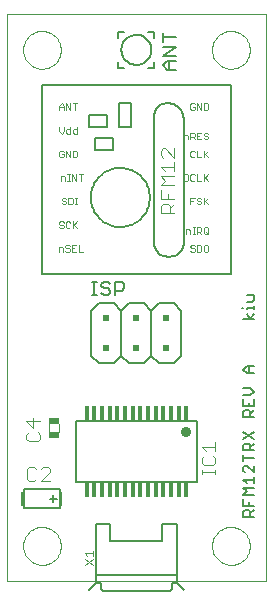
<source format=gto>
G75*
G70*
%OFA0B0*%
%FSLAX24Y24*%
%IPPOS*%
%LPD*%
%AMOC8*
5,1,8,0,0,1.08239X$1,22.5*
%
%ADD10C,0.0000*%
%ADD11C,0.0060*%
%ADD12C,0.0050*%
%ADD13R,0.0200X0.0200*%
%ADD14C,0.0080*%
%ADD15C,0.0348*%
%ADD16R,0.0140X0.0510*%
%ADD17C,0.0040*%
%ADD18C,0.0020*%
%ADD19R,0.0374X0.0197*%
D10*
X000574Y000574D02*
X000574Y019471D01*
X009235Y019471D01*
X009235Y000574D01*
X000574Y000574D01*
X001125Y001755D02*
X001127Y001805D01*
X001133Y001855D01*
X001143Y001904D01*
X001157Y001952D01*
X001174Y001999D01*
X001195Y002044D01*
X001220Y002088D01*
X001248Y002129D01*
X001280Y002168D01*
X001314Y002205D01*
X001351Y002239D01*
X001391Y002269D01*
X001433Y002296D01*
X001477Y002320D01*
X001523Y002341D01*
X001570Y002357D01*
X001618Y002370D01*
X001668Y002379D01*
X001717Y002384D01*
X001768Y002385D01*
X001818Y002382D01*
X001867Y002375D01*
X001916Y002364D01*
X001964Y002349D01*
X002010Y002331D01*
X002055Y002309D01*
X002098Y002283D01*
X002139Y002254D01*
X002178Y002222D01*
X002214Y002187D01*
X002246Y002149D01*
X002276Y002109D01*
X002303Y002066D01*
X002326Y002022D01*
X002345Y001976D01*
X002361Y001928D01*
X002373Y001879D01*
X002381Y001830D01*
X002385Y001780D01*
X002385Y001730D01*
X002381Y001680D01*
X002373Y001631D01*
X002361Y001582D01*
X002345Y001534D01*
X002326Y001488D01*
X002303Y001444D01*
X002276Y001401D01*
X002246Y001361D01*
X002214Y001323D01*
X002178Y001288D01*
X002139Y001256D01*
X002098Y001227D01*
X002055Y001201D01*
X002010Y001179D01*
X001964Y001161D01*
X001916Y001146D01*
X001867Y001135D01*
X001818Y001128D01*
X001768Y001125D01*
X001717Y001126D01*
X001668Y001131D01*
X001618Y001140D01*
X001570Y001153D01*
X001523Y001169D01*
X001477Y001190D01*
X001433Y001214D01*
X001391Y001241D01*
X001351Y001271D01*
X001314Y001305D01*
X001280Y001342D01*
X001248Y001381D01*
X001220Y001422D01*
X001195Y001466D01*
X001174Y001511D01*
X001157Y001558D01*
X001143Y001606D01*
X001133Y001655D01*
X001127Y001705D01*
X001125Y001755D01*
X007424Y001755D02*
X007426Y001805D01*
X007432Y001855D01*
X007442Y001904D01*
X007456Y001952D01*
X007473Y001999D01*
X007494Y002044D01*
X007519Y002088D01*
X007547Y002129D01*
X007579Y002168D01*
X007613Y002205D01*
X007650Y002239D01*
X007690Y002269D01*
X007732Y002296D01*
X007776Y002320D01*
X007822Y002341D01*
X007869Y002357D01*
X007917Y002370D01*
X007967Y002379D01*
X008016Y002384D01*
X008067Y002385D01*
X008117Y002382D01*
X008166Y002375D01*
X008215Y002364D01*
X008263Y002349D01*
X008309Y002331D01*
X008354Y002309D01*
X008397Y002283D01*
X008438Y002254D01*
X008477Y002222D01*
X008513Y002187D01*
X008545Y002149D01*
X008575Y002109D01*
X008602Y002066D01*
X008625Y002022D01*
X008644Y001976D01*
X008660Y001928D01*
X008672Y001879D01*
X008680Y001830D01*
X008684Y001780D01*
X008684Y001730D01*
X008680Y001680D01*
X008672Y001631D01*
X008660Y001582D01*
X008644Y001534D01*
X008625Y001488D01*
X008602Y001444D01*
X008575Y001401D01*
X008545Y001361D01*
X008513Y001323D01*
X008477Y001288D01*
X008438Y001256D01*
X008397Y001227D01*
X008354Y001201D01*
X008309Y001179D01*
X008263Y001161D01*
X008215Y001146D01*
X008166Y001135D01*
X008117Y001128D01*
X008067Y001125D01*
X008016Y001126D01*
X007967Y001131D01*
X007917Y001140D01*
X007869Y001153D01*
X007822Y001169D01*
X007776Y001190D01*
X007732Y001214D01*
X007690Y001241D01*
X007650Y001271D01*
X007613Y001305D01*
X007579Y001342D01*
X007547Y001381D01*
X007519Y001422D01*
X007494Y001466D01*
X007473Y001511D01*
X007456Y001558D01*
X007442Y001606D01*
X007432Y001655D01*
X007426Y001705D01*
X007424Y001755D01*
X007424Y018290D02*
X007426Y018340D01*
X007432Y018390D01*
X007442Y018439D01*
X007456Y018487D01*
X007473Y018534D01*
X007494Y018579D01*
X007519Y018623D01*
X007547Y018664D01*
X007579Y018703D01*
X007613Y018740D01*
X007650Y018774D01*
X007690Y018804D01*
X007732Y018831D01*
X007776Y018855D01*
X007822Y018876D01*
X007869Y018892D01*
X007917Y018905D01*
X007967Y018914D01*
X008016Y018919D01*
X008067Y018920D01*
X008117Y018917D01*
X008166Y018910D01*
X008215Y018899D01*
X008263Y018884D01*
X008309Y018866D01*
X008354Y018844D01*
X008397Y018818D01*
X008438Y018789D01*
X008477Y018757D01*
X008513Y018722D01*
X008545Y018684D01*
X008575Y018644D01*
X008602Y018601D01*
X008625Y018557D01*
X008644Y018511D01*
X008660Y018463D01*
X008672Y018414D01*
X008680Y018365D01*
X008684Y018315D01*
X008684Y018265D01*
X008680Y018215D01*
X008672Y018166D01*
X008660Y018117D01*
X008644Y018069D01*
X008625Y018023D01*
X008602Y017979D01*
X008575Y017936D01*
X008545Y017896D01*
X008513Y017858D01*
X008477Y017823D01*
X008438Y017791D01*
X008397Y017762D01*
X008354Y017736D01*
X008309Y017714D01*
X008263Y017696D01*
X008215Y017681D01*
X008166Y017670D01*
X008117Y017663D01*
X008067Y017660D01*
X008016Y017661D01*
X007967Y017666D01*
X007917Y017675D01*
X007869Y017688D01*
X007822Y017704D01*
X007776Y017725D01*
X007732Y017749D01*
X007690Y017776D01*
X007650Y017806D01*
X007613Y017840D01*
X007579Y017877D01*
X007547Y017916D01*
X007519Y017957D01*
X007494Y018001D01*
X007473Y018046D01*
X007456Y018093D01*
X007442Y018141D01*
X007432Y018190D01*
X007426Y018240D01*
X007424Y018290D01*
X001125Y018290D02*
X001127Y018340D01*
X001133Y018390D01*
X001143Y018439D01*
X001157Y018487D01*
X001174Y018534D01*
X001195Y018579D01*
X001220Y018623D01*
X001248Y018664D01*
X001280Y018703D01*
X001314Y018740D01*
X001351Y018774D01*
X001391Y018804D01*
X001433Y018831D01*
X001477Y018855D01*
X001523Y018876D01*
X001570Y018892D01*
X001618Y018905D01*
X001668Y018914D01*
X001717Y018919D01*
X001768Y018920D01*
X001818Y018917D01*
X001867Y018910D01*
X001916Y018899D01*
X001964Y018884D01*
X002010Y018866D01*
X002055Y018844D01*
X002098Y018818D01*
X002139Y018789D01*
X002178Y018757D01*
X002214Y018722D01*
X002246Y018684D01*
X002276Y018644D01*
X002303Y018601D01*
X002326Y018557D01*
X002345Y018511D01*
X002361Y018463D01*
X002373Y018414D01*
X002381Y018365D01*
X002385Y018315D01*
X002385Y018265D01*
X002381Y018215D01*
X002373Y018166D01*
X002361Y018117D01*
X002345Y018069D01*
X002326Y018023D01*
X002303Y017979D01*
X002276Y017936D01*
X002246Y017896D01*
X002214Y017858D01*
X002178Y017823D01*
X002139Y017791D01*
X002098Y017762D01*
X002055Y017736D01*
X002010Y017714D01*
X001964Y017696D01*
X001916Y017681D01*
X001867Y017670D01*
X001818Y017663D01*
X001768Y017660D01*
X001717Y017661D01*
X001668Y017666D01*
X001618Y017675D01*
X001570Y017688D01*
X001523Y017704D01*
X001477Y017725D01*
X001433Y017749D01*
X001391Y017776D01*
X001351Y017806D01*
X001314Y017840D01*
X001280Y017877D01*
X001248Y017916D01*
X001220Y017957D01*
X001195Y018001D01*
X001174Y018046D01*
X001157Y018093D01*
X001143Y018141D01*
X001133Y018190D01*
X001127Y018240D01*
X001125Y018290D01*
D11*
X004304Y017890D02*
X004304Y017690D01*
X004504Y017690D01*
X004404Y018290D02*
X004406Y018334D01*
X004412Y018378D01*
X004422Y018421D01*
X004435Y018463D01*
X004452Y018504D01*
X004473Y018543D01*
X004497Y018580D01*
X004524Y018615D01*
X004554Y018647D01*
X004587Y018677D01*
X004623Y018703D01*
X004660Y018727D01*
X004700Y018746D01*
X004741Y018763D01*
X004784Y018775D01*
X004827Y018784D01*
X004871Y018789D01*
X004915Y018790D01*
X004959Y018787D01*
X005003Y018780D01*
X005046Y018769D01*
X005088Y018755D01*
X005128Y018737D01*
X005167Y018715D01*
X005203Y018691D01*
X005237Y018663D01*
X005269Y018632D01*
X005298Y018598D01*
X005324Y018562D01*
X005346Y018524D01*
X005365Y018484D01*
X005380Y018442D01*
X005392Y018400D01*
X005400Y018356D01*
X005404Y018312D01*
X005404Y018268D01*
X005400Y018224D01*
X005392Y018180D01*
X005380Y018138D01*
X005365Y018096D01*
X005346Y018056D01*
X005324Y018018D01*
X005298Y017982D01*
X005269Y017948D01*
X005237Y017917D01*
X005203Y017889D01*
X005167Y017865D01*
X005128Y017843D01*
X005088Y017825D01*
X005046Y017811D01*
X005003Y017800D01*
X004959Y017793D01*
X004915Y017790D01*
X004871Y017791D01*
X004827Y017796D01*
X004784Y017805D01*
X004741Y017817D01*
X004700Y017834D01*
X004660Y017853D01*
X004623Y017877D01*
X004587Y017903D01*
X004554Y017933D01*
X004524Y017965D01*
X004497Y018000D01*
X004473Y018037D01*
X004452Y018076D01*
X004435Y018117D01*
X004422Y018159D01*
X004412Y018202D01*
X004406Y018246D01*
X004404Y018290D01*
X004304Y018690D02*
X004304Y018890D01*
X004504Y018890D01*
X005304Y018890D02*
X005504Y018890D01*
X005504Y018690D01*
X005504Y017890D02*
X005504Y017690D01*
X005304Y017690D01*
X008585Y010108D02*
X008811Y010108D01*
X008811Y009938D01*
X008755Y009881D01*
X008585Y009881D01*
X008585Y009692D02*
X008811Y009692D01*
X008811Y009636D02*
X008811Y009749D01*
X008811Y009499D02*
X008698Y009329D01*
X008585Y009499D01*
X008585Y009636D02*
X008585Y009692D01*
X008471Y009692D02*
X008414Y009692D01*
X008471Y009329D02*
X008811Y009329D01*
X008811Y007746D02*
X008585Y007746D01*
X008471Y007632D01*
X008585Y007519D01*
X008811Y007519D01*
X008641Y007519D02*
X008641Y007746D01*
X008698Y007009D02*
X008471Y007009D01*
X008471Y006782D02*
X008698Y006782D01*
X008811Y006896D01*
X008698Y007009D01*
X008811Y006641D02*
X008811Y006414D01*
X008471Y006414D01*
X008471Y006641D01*
X008641Y006527D02*
X008641Y006414D01*
X008641Y006272D02*
X008698Y006216D01*
X008698Y006046D01*
X008698Y006159D02*
X008811Y006272D01*
X008641Y006272D02*
X008528Y006272D01*
X008471Y006216D01*
X008471Y006046D01*
X008811Y006046D01*
X008811Y005536D02*
X008471Y005309D01*
X008528Y005168D02*
X008641Y005168D01*
X008698Y005111D01*
X008698Y004941D01*
X008698Y005054D02*
X008811Y005168D01*
X008811Y005309D02*
X008471Y005536D01*
X008528Y005168D02*
X008471Y005111D01*
X008471Y004941D01*
X008811Y004941D01*
X008811Y004686D02*
X008471Y004686D01*
X008471Y004799D02*
X008471Y004572D01*
X008528Y004431D02*
X008471Y004374D01*
X008471Y004261D01*
X008528Y004204D01*
X008471Y003949D02*
X008811Y003949D01*
X008811Y003836D02*
X008811Y004063D01*
X008811Y004204D02*
X008585Y004431D01*
X008528Y004431D01*
X008811Y004431D02*
X008811Y004204D01*
X008471Y003949D02*
X008585Y003836D01*
X008471Y003694D02*
X008811Y003694D01*
X008811Y003467D02*
X008471Y003467D01*
X008585Y003581D01*
X008471Y003694D01*
X008471Y003326D02*
X008471Y003099D01*
X008811Y003099D01*
X008811Y002958D02*
X008698Y002844D01*
X008698Y002901D02*
X008698Y002731D01*
X008811Y002731D02*
X008471Y002731D01*
X008471Y002901D01*
X008528Y002958D01*
X008641Y002958D01*
X008698Y002901D01*
X008641Y003099D02*
X008641Y003213D01*
X006154Y007841D02*
X006404Y008091D01*
X006404Y009591D01*
X006154Y009841D01*
X005654Y009841D01*
X005404Y009591D01*
X005404Y008091D01*
X005654Y007841D01*
X006154Y007841D01*
X005404Y008091D02*
X005154Y007841D01*
X004654Y007841D01*
X004404Y008091D01*
X004404Y009591D01*
X004654Y009841D01*
X005154Y009841D01*
X005404Y009591D01*
X004404Y009591D02*
X004154Y009841D01*
X003654Y009841D01*
X003404Y009591D01*
X003404Y008091D01*
X003654Y007841D01*
X004154Y007841D01*
X004404Y008091D01*
X002405Y003550D02*
X002405Y003110D01*
X001105Y003110D02*
X001105Y003550D01*
D12*
X003566Y002483D02*
X003566Y000790D01*
X006243Y000790D01*
X006243Y000515D01*
X006086Y000515D01*
X006086Y000337D01*
X006082Y000320D01*
X006074Y000305D01*
X006064Y000291D01*
X006052Y000279D01*
X006037Y000269D01*
X006021Y000262D01*
X006004Y000259D01*
X005987Y000258D01*
X005987Y000259D02*
X003802Y000259D01*
X003802Y000258D02*
X003785Y000262D01*
X003770Y000270D01*
X003756Y000280D01*
X003744Y000292D01*
X003734Y000307D01*
X003727Y000323D01*
X003724Y000340D01*
X003723Y000357D01*
X003723Y000515D01*
X003566Y000515D01*
X003566Y000790D01*
X004038Y001932D02*
X004038Y002483D01*
X003566Y002483D01*
X004038Y001932D02*
X005771Y001932D01*
X005771Y002483D01*
X006243Y002483D01*
X006243Y000790D01*
X004197Y010116D02*
X004197Y010567D01*
X004422Y010567D01*
X004497Y010492D01*
X004497Y010342D01*
X004422Y010267D01*
X004197Y010267D01*
X004037Y010267D02*
X004037Y010191D01*
X003962Y010116D01*
X003811Y010116D01*
X003736Y010191D01*
X003811Y010342D02*
X003962Y010342D01*
X004037Y010267D01*
X004037Y010492D02*
X003962Y010567D01*
X003811Y010567D01*
X003736Y010492D01*
X003736Y010417D01*
X003811Y010342D01*
X003580Y010567D02*
X003429Y010567D01*
X003504Y010567D02*
X003504Y010116D01*
X003429Y010116D02*
X003580Y010116D01*
X003383Y013369D02*
X003385Y013431D01*
X003391Y013494D01*
X003401Y013555D01*
X003415Y013616D01*
X003432Y013676D01*
X003453Y013735D01*
X003479Y013792D01*
X003507Y013847D01*
X003539Y013901D01*
X003575Y013952D01*
X003613Y014002D01*
X003655Y014048D01*
X003699Y014092D01*
X003747Y014133D01*
X003796Y014171D01*
X003848Y014205D01*
X003902Y014236D01*
X003958Y014264D01*
X004016Y014288D01*
X004075Y014309D01*
X004135Y014325D01*
X004196Y014338D01*
X004258Y014347D01*
X004320Y014352D01*
X004383Y014353D01*
X004445Y014350D01*
X004507Y014343D01*
X004569Y014332D01*
X004629Y014317D01*
X004689Y014299D01*
X004747Y014277D01*
X004804Y014251D01*
X004859Y014221D01*
X004912Y014188D01*
X004963Y014152D01*
X005011Y014113D01*
X005057Y014070D01*
X005100Y014025D01*
X005140Y013977D01*
X005177Y013927D01*
X005211Y013874D01*
X005242Y013820D01*
X005268Y013764D01*
X005292Y013706D01*
X005311Y013646D01*
X005327Y013586D01*
X005339Y013524D01*
X005347Y013463D01*
X005351Y013400D01*
X005351Y013338D01*
X005347Y013275D01*
X005339Y013214D01*
X005327Y013152D01*
X005311Y013092D01*
X005292Y013032D01*
X005268Y012974D01*
X005242Y012918D01*
X005211Y012864D01*
X005177Y012811D01*
X005140Y012761D01*
X005100Y012713D01*
X005057Y012668D01*
X005011Y012625D01*
X004963Y012586D01*
X004912Y012550D01*
X004859Y012517D01*
X004804Y012487D01*
X004747Y012461D01*
X004689Y012439D01*
X004629Y012421D01*
X004569Y012406D01*
X004507Y012395D01*
X004445Y012388D01*
X004383Y012385D01*
X004320Y012386D01*
X004258Y012391D01*
X004196Y012400D01*
X004135Y012413D01*
X004075Y012429D01*
X004016Y012450D01*
X003958Y012474D01*
X003902Y012502D01*
X003848Y012533D01*
X003796Y012567D01*
X003747Y012605D01*
X003699Y012646D01*
X003655Y012690D01*
X003613Y012736D01*
X003575Y012786D01*
X003539Y012837D01*
X003507Y012891D01*
X003479Y012946D01*
X003453Y013003D01*
X003432Y013062D01*
X003415Y013122D01*
X003401Y013183D01*
X003391Y013244D01*
X003385Y013307D01*
X003383Y013369D01*
X003526Y014944D02*
X003526Y015337D01*
X004117Y015337D01*
X004117Y014944D01*
X003526Y014944D01*
X003330Y015731D02*
X003920Y015731D01*
X003920Y016125D01*
X003330Y016125D01*
X003330Y015731D01*
X004314Y015731D02*
X004314Y016519D01*
X004708Y016519D01*
X004708Y015731D01*
X004314Y015731D01*
X005495Y016078D02*
X005495Y011841D01*
X005497Y011800D01*
X005502Y011760D01*
X005512Y011721D01*
X005525Y011682D01*
X005541Y011645D01*
X005561Y011609D01*
X005584Y011576D01*
X005610Y011545D01*
X005639Y011516D01*
X005670Y011490D01*
X005703Y011467D01*
X005739Y011447D01*
X005776Y011431D01*
X005815Y011418D01*
X005854Y011408D01*
X005894Y011403D01*
X005935Y011401D01*
X005935Y011400D02*
X006039Y011400D01*
X006039Y011401D02*
X006080Y011403D01*
X006120Y011408D01*
X006159Y011418D01*
X006198Y011431D01*
X006235Y011447D01*
X006271Y011467D01*
X006304Y011490D01*
X006335Y011516D01*
X006364Y011545D01*
X006390Y011576D01*
X006413Y011609D01*
X006433Y011645D01*
X006449Y011682D01*
X006462Y011721D01*
X006472Y011760D01*
X006477Y011800D01*
X006479Y011841D01*
X006479Y015974D01*
X006477Y016019D01*
X006472Y016064D01*
X006462Y016108D01*
X006450Y016151D01*
X006433Y016193D01*
X006413Y016233D01*
X006390Y016272D01*
X006364Y016308D01*
X006335Y016342D01*
X006303Y016374D01*
X006269Y016403D01*
X006233Y016429D01*
X006194Y016452D01*
X006154Y016472D01*
X006112Y016489D01*
X006069Y016501D01*
X006025Y016511D01*
X005980Y016516D01*
X005935Y016518D01*
X005894Y016516D01*
X005854Y016511D01*
X005815Y016501D01*
X005776Y016488D01*
X005739Y016472D01*
X005703Y016452D01*
X005670Y016429D01*
X005639Y016403D01*
X005610Y016374D01*
X005584Y016343D01*
X005561Y016310D01*
X005541Y016274D01*
X005525Y016237D01*
X005512Y016198D01*
X005502Y016159D01*
X005497Y016119D01*
X005495Y016078D01*
X005928Y017632D02*
X005777Y017783D01*
X005928Y017933D01*
X006228Y017933D01*
X006228Y018093D02*
X005777Y018093D01*
X006228Y018393D01*
X005777Y018393D01*
X005777Y018553D02*
X005777Y018854D01*
X005777Y018703D02*
X006228Y018703D01*
X006003Y017933D02*
X006003Y017632D01*
X005928Y017632D02*
X006228Y017632D01*
X008054Y017109D02*
X008054Y010810D01*
X001755Y010810D01*
X001755Y017109D01*
X008054Y017109D01*
D13*
X005904Y009341D03*
X005904Y008341D03*
X004904Y008341D03*
X004904Y009341D03*
X003904Y009341D03*
X003904Y008341D03*
D14*
X002897Y005928D02*
X002897Y003881D01*
X006912Y003881D01*
X006912Y005928D01*
X002897Y005928D01*
X002359Y003644D02*
X001150Y003644D01*
X001150Y003015D01*
X002359Y003015D01*
X002359Y003644D01*
X002251Y003330D02*
X002030Y003330D01*
X002137Y003227D02*
X002137Y003448D01*
X003566Y002483D02*
X003566Y001853D01*
X003566Y002483D02*
X004038Y002483D01*
X004038Y001932D01*
X005771Y001932D01*
X005771Y002483D01*
X006243Y002483D01*
X006243Y001853D01*
X006243Y000790D02*
X003566Y000790D01*
X003566Y000515D02*
X003330Y000278D01*
X006243Y000515D02*
X006479Y000278D01*
D15*
X006558Y005544D03*
D16*
X006568Y006199D03*
X006312Y006199D03*
X006056Y006199D03*
X005800Y006199D03*
X005544Y006199D03*
X005288Y006199D03*
X005032Y006199D03*
X004776Y006199D03*
X004521Y006199D03*
X004265Y006199D03*
X004009Y006199D03*
X003753Y006199D03*
X003497Y006199D03*
X003241Y006199D03*
X003241Y003609D03*
X003497Y003609D03*
X003753Y003609D03*
X004009Y003609D03*
X004265Y003609D03*
X004521Y003609D03*
X004776Y003609D03*
X005032Y003609D03*
X005288Y003609D03*
X005544Y003609D03*
X005800Y003609D03*
X006056Y003609D03*
X006312Y003609D03*
X006568Y003609D03*
D17*
X007080Y004142D02*
X007080Y004295D01*
X007080Y004218D02*
X007540Y004218D01*
X007540Y004142D02*
X007540Y004295D01*
X007464Y004448D02*
X007540Y004525D01*
X007540Y004679D01*
X007464Y004755D01*
X007540Y004909D02*
X007540Y005216D01*
X007540Y005062D02*
X007080Y005062D01*
X007233Y004909D01*
X007157Y004755D02*
X007080Y004679D01*
X007080Y004525D01*
X007157Y004448D01*
X007464Y004448D01*
X006172Y012859D02*
X005711Y012859D01*
X005711Y013089D01*
X005788Y013166D01*
X005942Y013166D01*
X006018Y013089D01*
X006018Y012859D01*
X006018Y013012D02*
X006172Y013166D01*
X006172Y013319D02*
X005711Y013319D01*
X005711Y013626D01*
X005711Y013779D02*
X005865Y013933D01*
X005711Y014086D01*
X006172Y014086D01*
X006172Y014240D02*
X006172Y014547D01*
X006172Y014700D02*
X005865Y015007D01*
X005788Y015007D01*
X005711Y014930D01*
X005711Y014777D01*
X005788Y014700D01*
X005711Y014393D02*
X006172Y014393D01*
X006172Y014700D02*
X006172Y015007D01*
X005711Y014393D02*
X005865Y014240D01*
X005711Y013779D02*
X006172Y013779D01*
X005942Y013473D02*
X005942Y013319D01*
X002319Y005832D02*
X002319Y005552D01*
X001984Y005552D02*
X001984Y005832D01*
X001697Y005928D02*
X001237Y005928D01*
X001467Y005698D01*
X001467Y006005D01*
X001314Y005545D02*
X001237Y005468D01*
X001237Y005315D01*
X001314Y005238D01*
X001621Y005238D01*
X001697Y005315D01*
X001697Y005468D01*
X001621Y005545D01*
X001494Y004385D02*
X001340Y004385D01*
X001263Y004308D01*
X001263Y004001D01*
X001340Y003924D01*
X001494Y003924D01*
X001570Y004001D01*
X001724Y003924D02*
X002031Y004231D01*
X002031Y004308D01*
X001954Y004385D01*
X001801Y004385D01*
X001724Y004308D01*
X001570Y004308D02*
X001494Y004385D01*
X001724Y003924D02*
X002031Y003924D01*
D18*
X003177Y001505D02*
X003457Y001505D01*
X003457Y001598D02*
X003457Y001411D01*
X003457Y001322D02*
X003177Y001135D01*
X003177Y001322D02*
X003457Y001135D01*
X003271Y001411D02*
X003177Y001505D01*
X003122Y011564D02*
X002975Y011564D01*
X002975Y011784D01*
X002901Y011784D02*
X002754Y011784D01*
X002754Y011564D01*
X002901Y011564D01*
X002827Y011674D02*
X002754Y011674D01*
X002680Y011638D02*
X002680Y011601D01*
X002643Y011564D01*
X002570Y011564D01*
X002533Y011601D01*
X002570Y011674D02*
X002533Y011711D01*
X002533Y011748D01*
X002570Y011784D01*
X002643Y011784D01*
X002680Y011748D01*
X002643Y011674D02*
X002680Y011638D01*
X002643Y011674D02*
X002570Y011674D01*
X002459Y011674D02*
X002459Y011564D01*
X002459Y011674D02*
X002422Y011711D01*
X002312Y011711D01*
X002312Y011564D01*
X002373Y012352D02*
X002336Y012388D01*
X002373Y012352D02*
X002446Y012352D01*
X002483Y012388D01*
X002483Y012425D01*
X002446Y012462D01*
X002373Y012462D01*
X002336Y012498D01*
X002336Y012535D01*
X002373Y012572D01*
X002446Y012572D01*
X002483Y012535D01*
X002557Y012535D02*
X002557Y012388D01*
X002594Y012352D01*
X002667Y012352D01*
X002704Y012388D01*
X002778Y012352D02*
X002778Y012572D01*
X002704Y012535D02*
X002667Y012572D01*
X002594Y012572D01*
X002557Y012535D01*
X002778Y012425D02*
X002925Y012572D01*
X002815Y012462D02*
X002925Y012352D01*
X002925Y013139D02*
X002852Y013139D01*
X002888Y013139D02*
X002888Y013359D01*
X002852Y013359D02*
X002925Y013359D01*
X002778Y013322D02*
X002778Y013176D01*
X002741Y013139D01*
X002631Y013139D01*
X002631Y013359D01*
X002741Y013359D01*
X002778Y013322D01*
X002557Y013322D02*
X002520Y013359D01*
X002446Y013359D01*
X002410Y013322D01*
X002410Y013286D01*
X002446Y013249D01*
X002520Y013249D01*
X002557Y013212D01*
X002557Y013176D01*
X002520Y013139D01*
X002446Y013139D01*
X002410Y013176D01*
X002386Y013926D02*
X002386Y014073D01*
X002496Y014073D01*
X002532Y014036D01*
X002532Y013926D01*
X002607Y013926D02*
X002680Y013926D01*
X002643Y013926D02*
X002643Y014147D01*
X002607Y014147D02*
X002680Y014147D01*
X002754Y014147D02*
X002754Y013926D01*
X002901Y013926D02*
X002754Y014147D01*
X002901Y014147D02*
X002901Y013926D01*
X002975Y014147D02*
X003122Y014147D01*
X003048Y014147D02*
X003048Y013926D01*
X002888Y014714D02*
X002778Y014714D01*
X002778Y014934D01*
X002888Y014934D01*
X002925Y014897D01*
X002925Y014750D01*
X002888Y014714D01*
X002704Y014714D02*
X002704Y014934D01*
X002557Y014934D02*
X002557Y014714D01*
X002483Y014750D02*
X002483Y014824D01*
X002409Y014824D01*
X002336Y014897D02*
X002336Y014750D01*
X002373Y014714D01*
X002446Y014714D01*
X002483Y014750D01*
X002483Y014897D02*
X002446Y014934D01*
X002373Y014934D01*
X002336Y014897D01*
X002557Y014934D02*
X002704Y014714D01*
X002704Y015501D02*
X002594Y015501D01*
X002557Y015538D01*
X002557Y015611D01*
X002594Y015648D01*
X002704Y015648D01*
X002704Y015721D02*
X002704Y015501D01*
X002778Y015538D02*
X002778Y015611D01*
X002815Y015648D01*
X002925Y015648D01*
X002925Y015721D02*
X002925Y015501D01*
X002815Y015501D01*
X002778Y015538D01*
X002483Y015575D02*
X002483Y015721D01*
X002483Y015575D02*
X002409Y015501D01*
X002336Y015575D01*
X002336Y015721D01*
X002336Y016289D02*
X002336Y016435D01*
X002409Y016509D01*
X002483Y016435D01*
X002483Y016289D01*
X002557Y016289D02*
X002557Y016509D01*
X002704Y016289D01*
X002704Y016509D01*
X002778Y016509D02*
X002925Y016509D01*
X002851Y016509D02*
X002851Y016289D01*
X002483Y016399D02*
X002336Y016399D01*
X006483Y015451D02*
X006483Y015304D01*
X006630Y015304D02*
X006630Y015414D01*
X006593Y015451D01*
X006483Y015451D01*
X006704Y015378D02*
X006814Y015378D01*
X006851Y015414D01*
X006851Y015488D01*
X006814Y015525D01*
X006704Y015525D01*
X006704Y015304D01*
X006778Y015378D02*
X006851Y015304D01*
X006925Y015304D02*
X006925Y015525D01*
X007072Y015525D01*
X007146Y015488D02*
X007146Y015451D01*
X007183Y015414D01*
X007256Y015414D01*
X007293Y015378D01*
X007293Y015341D01*
X007256Y015304D01*
X007183Y015304D01*
X007146Y015341D01*
X007072Y015304D02*
X006925Y015304D01*
X006925Y015414D02*
X006999Y015414D01*
X007146Y015488D02*
X007183Y015525D01*
X007256Y015525D01*
X007293Y015488D01*
X007293Y014934D02*
X007146Y014787D01*
X007183Y014824D02*
X007293Y014714D01*
X007146Y014714D02*
X007146Y014934D01*
X007072Y014714D02*
X006925Y014714D01*
X006925Y014934D01*
X006851Y014897D02*
X006814Y014934D01*
X006741Y014934D01*
X006704Y014897D01*
X006704Y014750D01*
X006741Y014714D01*
X006814Y014714D01*
X006851Y014750D01*
X006814Y014147D02*
X006741Y014147D01*
X006704Y014110D01*
X006704Y013963D01*
X006741Y013926D01*
X006814Y013926D01*
X006851Y013963D01*
X006925Y013926D02*
X006925Y014147D01*
X006851Y014110D02*
X006814Y014147D01*
X006925Y013926D02*
X007072Y013926D01*
X007146Y013926D02*
X007146Y014147D01*
X007183Y014036D02*
X007293Y013926D01*
X007146Y014000D02*
X007293Y014147D01*
X007293Y013359D02*
X007146Y013212D01*
X007183Y013249D02*
X007293Y013139D01*
X007146Y013139D02*
X007146Y013359D01*
X007072Y013322D02*
X007035Y013359D01*
X006962Y013359D01*
X006925Y013322D01*
X006925Y013286D01*
X006962Y013249D01*
X007035Y013249D01*
X007072Y013212D01*
X007072Y013176D01*
X007035Y013139D01*
X006962Y013139D01*
X006925Y013176D01*
X006778Y013249D02*
X006704Y013249D01*
X006704Y013139D02*
X006704Y013359D01*
X006851Y013359D01*
X006593Y013926D02*
X006483Y013926D01*
X006483Y014147D01*
X006593Y014147D01*
X006630Y014110D01*
X006630Y013963D01*
X006593Y013926D01*
X006778Y012375D02*
X006851Y012375D01*
X006815Y012375D02*
X006815Y012155D01*
X006851Y012155D02*
X006778Y012155D01*
X006704Y012155D02*
X006704Y012265D01*
X006667Y012302D01*
X006557Y012302D01*
X006557Y012155D01*
X006741Y011784D02*
X006704Y011748D01*
X006704Y011711D01*
X006741Y011674D01*
X006814Y011674D01*
X006851Y011638D01*
X006851Y011601D01*
X006814Y011564D01*
X006741Y011564D01*
X006704Y011601D01*
X006741Y011784D02*
X006814Y011784D01*
X006851Y011748D01*
X006925Y011784D02*
X006925Y011564D01*
X007035Y011564D01*
X007072Y011601D01*
X007072Y011748D01*
X007035Y011784D01*
X006925Y011784D01*
X007146Y011748D02*
X007146Y011601D01*
X007183Y011564D01*
X007256Y011564D01*
X007293Y011601D01*
X007293Y011748D01*
X007256Y011784D01*
X007183Y011784D01*
X007146Y011748D01*
X007183Y012155D02*
X007146Y012191D01*
X007146Y012338D01*
X007183Y012375D01*
X007256Y012375D01*
X007293Y012338D01*
X007293Y012191D01*
X007256Y012155D01*
X007183Y012155D01*
X007220Y012228D02*
X007293Y012155D01*
X007072Y012155D02*
X006999Y012228D01*
X007035Y012228D02*
X006925Y012228D01*
X006925Y012155D02*
X006925Y012375D01*
X007035Y012375D01*
X007072Y012338D01*
X007072Y012265D01*
X007035Y012228D01*
X007072Y016289D02*
X007072Y016509D01*
X007146Y016509D02*
X007256Y016509D01*
X007293Y016472D01*
X007293Y016325D01*
X007256Y016289D01*
X007146Y016289D01*
X007146Y016509D01*
X006925Y016509D02*
X007072Y016289D01*
X006925Y016289D02*
X006925Y016509D01*
X006851Y016472D02*
X006814Y016509D01*
X006741Y016509D01*
X006704Y016472D01*
X006704Y016325D01*
X006741Y016289D01*
X006814Y016289D01*
X006851Y016325D01*
X006851Y016399D01*
X006778Y016399D01*
D19*
X002151Y005923D03*
X002151Y005463D03*
M02*

</source>
